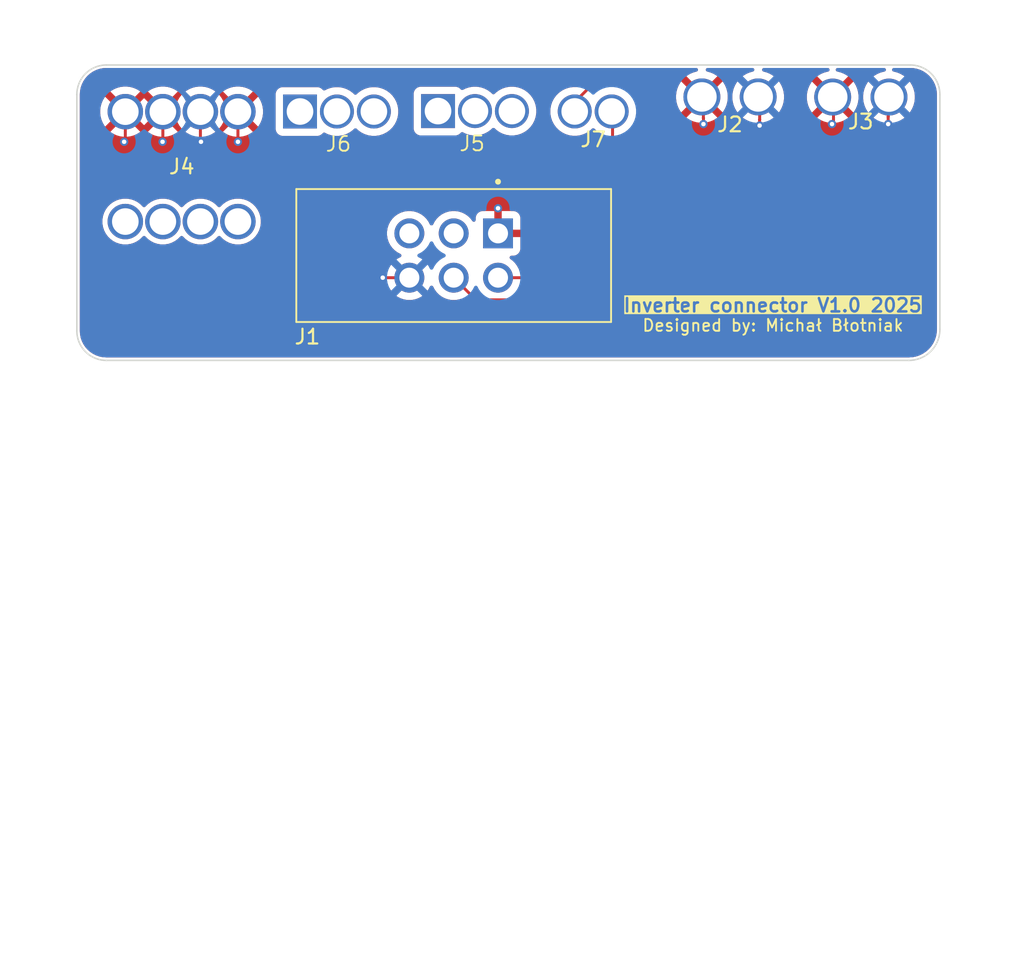
<source format=kicad_pcb>
(kicad_pcb (version 20241229) (generator "pcbnew") (generator_version "9.0")
  (title_block (rev "${REVISION}") (company "Author:") (comment 1 "Reviewer:"))
  (layers (0 "F.Cu" signal) (2 "B.Cu" signal) (13 "F.Paste" user) (15 "B.Paste" user) (5 "F.SilkS" user "F.Silkscreen") (7 "B.SilkS" user "B.Silkscreen") (1 "F.Mask" user) (3 "B.Mask" user) (25 "Edge.Cuts" user))
  (property "REVISION" "1.0")
  (net 0 "")
  (net 1 "GND")
  (net 3 "TEMP_M")
  (net 5 "TEMP_P")
  (net 6 "VCC")
  (footprint "footprint:CONN_1803277_PXC" (layer "F.Cu") (at 167.945 90.5713)
    (property "Reference" "J3" (at 1.9001 1.6687 0) (layer "F.SilkS"))
    (property "Value" "1803277")
    (pad "1" thru_hole circle (at 0 0) (size 2.5 2.5) (drill 2) (layers "*.Cu" "*.Mask") (net 6 "VCC"))
    (pad "2" thru_hole circle (at 3.81 0) (size 2.5 2.5) (drill 2) (layers "*.Cu" "*.Mask") (net 1 "GND"))
  )
  (footprint "footprint:CONN_1881448_PXC" (layer "F.Cu") (at 152.99 91.5454)
    (property "Reference" "J7" (at -1.25 1.9 0) (layer "F.SilkS"))
    (property "Value" "1881448")
    (pad "1" thru_hole circle (at 0 0) (size 2.3 2.3) (drill 1.8) (layers "*.Cu" "*.Mask") (net 3 "TEMP_M"))
    (pad "2" thru_hole circle (at -2.5 0) (size 2.3 2.3) (drill 1.8) (layers "*.Cu" "*.Mask") (net 5 "TEMP_P"))
  )
  (footprint "harwin:HARWIN_M300-MV30645M1" (layer "F.Cu") (at 142.3 101.3)
    (property "Reference" "J1" (at -9.9 5.5 0) (layer "F.SilkS"))
    (property "Value" "M300-MV30645M1")
    (fp_line (start -10.65 -4.5) (end -10.65 4.5) (stroke (width 0.127)) (layer "F.SilkS"))
    (fp_line (start -10.65 -4.5) (end 10.65 -4.5) (stroke (width 0.127)) (layer "F.SilkS"))
    (fp_line (start 10.65 4.5) (end -10.65 4.5) (stroke (width 0.127)) (layer "F.SilkS"))
    (fp_line (start 10.65 4.5) (end 10.65 -4.5) (stroke (width 0.127)) (layer "F.SilkS"))
    (fp_circle (center 3 -5) (end 3.1 -5) (stroke (width 0.2)) (fill no) (layer "F.SilkS"))
    (pad "1" thru_hole rect (at 3 -1.5) (size 2.025 2.025) (drill 1.35) (layers "*.Cu" "*.Mask") (net 6 "VCC"))
    (pad "2" thru_hole circle (at 0 -1.5) (size 2.025 2.025) (drill 1.35) (layers "*.Cu" "*.Mask"))
    (pad "3" thru_hole circle (at -3 -1.5) (size 2.025 2.025) (drill 1.35) (layers "*.Cu" "*.Mask"))
    (pad "4" thru_hole circle (at 3 1.5) (size 2.025 2.025) (drill 1.35) (layers "*.Cu" "*.Mask") (net 3 "TEMP_M"))
    (pad "5" thru_hole circle (at 0 1.5) (size 2.025 2.025) (drill 1.35) (layers "*.Cu" "*.Mask") (net 5 "TEMP_P"))
    (pad "6" thru_hole circle (at -3 1.5) (size 2.025 2.025) (drill 1.35) (layers "*.Cu" "*.Mask") (net 1 "GND"))
  )
  (footprint "footprint:1881451" (layer "F.Cu") (at 131.9 91.55)
    (property "Reference" "J6" (at 2.6 2.2 0) (layer "F.SilkS") (effects (font (thickness 0.125))))
    (property "Value" "1881451" (hide yes))
    (pad "1" thru_hole rect (at 0 0) (size 2.3 2.3) (drill 1.8) (layers "*.Cu" "*.Mask"))
    (pad "2" thru_hole circle (at 2.5 0) (size 2.3 2.3) (drill 1.8) (layers "*.Cu" "*.Mask"))
    (pad "3" thru_hole circle (at 5 0) (size 2.3 2.3) (drill 1.8) (layers "*.Cu" "*.Mask"))
  )
  (footprint "footprint:1881451" (layer "F.Cu") (at 141.24 91.52)
    (property "Reference" "J5" (at 2.31 2.2 0) (layer "F.SilkS") (effects (font (thickness 0.125))))
    (property "Value" "1881451" (hide yes))
    (pad "1" thru_hole rect (at 0 0) (size 2.3 2.3) (drill 1.8) (layers "*.Cu" "*.Mask"))
    (pad "2" thru_hole circle (at 2.5 0) (size 2.3 2.3) (drill 1.8) (layers "*.Cu" "*.Mask"))
    (pad "3" thru_hole circle (at 5 0) (size 2.3 2.3) (drill 1.8) (layers "*.Cu" "*.Mask"))
  )
  (footprint "footprint:CONN_1803277_PXC" (layer "F.Cu") (at 159.095 90.5613)
    (property "Reference" "J2" (at 1.9001 1.8687 0) (layer "F.SilkS"))
    (property "Value" "1803277")
    (pad "1" thru_hole circle (at 0 0) (size 2.5 2.5) (drill 2) (layers "*.Cu" "*.Mask") (net 6 "VCC"))
    (pad "2" thru_hole circle (at 3.81 0) (size 2.5 2.5) (drill 2) (layers "*.Cu" "*.Mask") (net 1 "GND"))
  )
  (footprint "footprint:CONN8_1894820_PXC" (layer "F.Cu") (at 120.08 91.56)
    (property "Reference" "J4" (at 3.82 3.72 0) (layer "F.SilkS"))
    (property "Value" "1894820")
    (pad "1" thru_hole circle (at 0 0) (size 2.4 2.4) (drill 1.8) (layers "*.Cu" "*.Mask") (net 6 "VCC"))
    (pad "2" thru_hole circle (at 2.54 0) (size 2.4 2.4) (drill 1.8) (layers "*.Cu" "*.Mask") (net 6 "VCC"))
    (pad "3" thru_hole circle (at 5.08 0) (size 2.4 2.4) (drill 1.8) (layers "*.Cu" "*.Mask") (net 1 "GND"))
    (pad "4" thru_hole circle (at 7.62 0) (size 2.4 2.4) (drill 1.8) (layers "*.Cu" "*.Mask") (net 6 "VCC"))
    (pad "5" thru_hole circle (at 0 7.44) (size 2.4 2.4) (drill 1.8) (layers "*.Cu" "*.Mask"))
    (pad "6" thru_hole circle (at 2.54 7.44) (size 2.4 2.4) (drill 1.8) (layers "*.Cu" "*.Mask"))
    (pad "7" thru_hole circle (at 5.08 7.44) (size 2.4 2.4) (drill 1.8) (layers "*.Cu" "*.Mask"))
    (pad "8" thru_hole circle (at 7.62 7.44) (size 2.4 2.4) (drill 1.8) (layers "*.Cu" "*.Mask"))
  )
  (gr_arc (start 118.8 108.4) (mid 117.385786 107.814214) (end 116.8 106.4) (stroke (width 0.1)) (layer "Edge.Cuts"))
  (gr_arc (start 175.2 106.3) (mid 174.584924 107.784924) (end 173.1 108.4) (stroke (width 0.1)) (layer "Edge.Cuts"))
  (gr_line (start 173.1 108.4) (end 118.8 108.4) (stroke (width 0.1)) (layer "Edge.Cuts"))
  (gr_arc (start 116.8 90.4) (mid 117.385786 88.985786) (end 118.8 88.4) (stroke (width 0.1)) (layer "Edge.Cuts"))
  (gr_line (start 118.8 88.4) (end 173.2 88.4) (stroke (width 0.1)) (layer "Edge.Cuts"))
  (gr_arc (start 173.2 88.4) (mid 174.614214 88.985786) (end 175.2 90.4) (stroke (width 0.1)) (layer "Edge.Cuts"))
  (gr_line (start 175.2 90.407107) (end 175.2 106.3) (stroke (width 0.1)) (layer "Edge.Cuts"))
  (gr_line (start 116.8 90.4) (end 116.8 106.4) (stroke (width 0.1)) (layer "Edge.Cuts"))
  (gr_text "Inverter connector V1.0 2025" (at 153.7 105.2 0) (layer "F.SilkS" knockout) (effects (font (size 0.9 0.9) (thickness 0.175) (bold yes)) (justify left bottom)))
  (gr_text "Designed by: Michał Błotniak\n" (at 155 106.5 0) (layer "F.SilkS") (effects (font (size 0.8 0.8) (thickness 0.125) (bold yes)) (justify left bottom)))
  (segment (start 171.705 91.895) (end 171.705 90.6313) (width 0.2) (layer "F.Cu") (net 1))
  (segment (start 171.7 91.9) (end 171.705 91.895) (width 0.2) (layer "F.Cu") (net 1))
  (segment (start 125.14 91.5) (end 125.1 91.54) (width 0.4) (layer "F.Cu") (net 1))
  (segment (start 163 92.5) (end 163 92.1) (width 0.2) (layer "F.Cu") (net 1))
  (segment (start 163.005 92.095) (end 163.005 90.6313) (width 0.2) (layer "F.Cu") (net 1))
  (segment (start 125.16 91.56) (end 125.16 93.56) (width 0.2) (layer "F.Cu") (net 1))
  (segment (start 139.3 102.8) (end 137.5 102.8) (width 0.2) (layer "F.Cu") (net 1))
  (segment (start 171.7 92.4) (end 171.7 91.9) (width 0.2) (layer "F.Cu") (net 1))
  (segment (start 163 92.1) (end 163.005 92.095) (width 0.2) (layer "F.Cu") (net 1))
  (segment (start 125.16 93.56) (end 125.2 93.6) (width 0.2) (layer "F.Cu") (net 1))
  (via (at 125.2 93.6) (size 0.56) (drill 0.3) (layers "F.Cu" "B.Cu") (net 1))
  (via (at 163 92.5) (size 0.56) (drill 0.3) (layers "F.Cu" "B.Cu") (net 1))
  (via (at 137.5 102.8) (size 0.56) (drill 0.3) (layers "F.Cu" "B.Cu") (net 1))
  (via (at 171.7 92.4) (size 0.56) (drill 0.3) (layers "F.Cu" "B.Cu") (net 1))
  (segment (start 153.05 91.75) (end 152.8 91.5) (width 0.2) (layer "F.Cu") (net 3))
  (segment (start 149.3 102.8) (end 153.05 99.05) (width 0.2) (layer "F.Cu") (net 3))
  (segment (start 153.05 99.05) (end 153.05 91.75) (width 0.2) (layer "F.Cu") (net 3))
  (segment (start 145.3 102.8) (end 149.3 102.8) (width 0.2) (layer "F.Cu") (net 3))
  (segment (start 143.8 104.3) (end 149.4 104.3) (width 0.2) (layer "F.Cu") (net 5))
  (segment (start 142.3 102.8) (end 143.8 104.3) (width 0.2) (layer "F.Cu") (net 5))
  (segment (start 151.8 89.6) (end 150.49 90.91) (width 0.2) (layer "F.Cu") (net 5))
  (segment (start 150.49 90.91) (end 150.49 91.5454) (width 0.2) (layer "F.Cu") (net 5))
  (segment (start 154.4 89.6) (end 151.8 89.6) (width 0.2) (layer "F.Cu") (net 5))
  (segment (start 149.4 104.3) (end 154.9 98.8) (width 0.2) (layer "F.Cu") (net 5))
  (segment (start 154.9 98.8) (end 154.9 90.1) (width 0.2) (layer "F.Cu") (net 5))
  (segment (start 154.9 90.1) (end 154.4 89.6) (width 0.2) (layer "F.Cu") (net 5))
  (segment (start 167.9 92.4) (end 168 92.3) (width 0.2) (layer "F.Cu") (net 6))
  (segment (start 127.7 91.56) (end 127.7 93.6) (width 0.2) (layer "F.Cu") (net 6))
  (segment (start 120.08 91.56) (end 120.08 93.52) (width 0.2) (layer "F.Cu") (net 6))
  (segment (start 122.62 91.56) (end 122.62 93.58) (width 0.2) (layer "F.Cu") (net 6))
  (segment (start 167.945 90.5713) (end 167.945 90.5813) (width 0.2) (layer "F.Cu") (net 6))
  (segment (start 145.3 99.8) (end 145.3 98.1) (width 0.2) (layer "F.Cu") (net 6))
  (segment (start 168 90.6263) (end 167.945 90.5713) (width 0.2) (layer "F.Cu") (net 6))
  (segment (start 127.8 91.6) (end 127.68 91.72) (width 0.4) (layer "F.Cu") (net 6))
  (segment (start 122.56 91.54) (end 122.6 91.5) (width 0.4) (layer "F.Cu") (net 6))
  (segment (start 168 92.3) (end 168 90.6263) (width 0.2) (layer "F.Cu") (net 6))
  (segment (start 159.2 92) (end 159.195 91.995) (width 0.2) (layer "F.Cu") (net 6))
  (segment (start 127.68 91.5) (end 127.64 91.54) (width 0.4) (layer "F.Cu") (net 6))
  (segment (start 159.195 91.995) (end 159.195 90.6313) (width 0.2) (layer "F.Cu") (net 6))
  (segment (start 120.08 93.52) (end 120 93.6) (width 0.2) (layer "F.Cu") (net 6))
  (segment (start 120.02 91.54) (end 120.06 91.5) (width 0.4) (layer "F.Cu") (net 6))
  (segment (start 122.62 93.58) (end 122.6 93.6) (width 0.2) (layer "F.Cu") (net 6))
  (segment (start 167.945 90.5813) (end 167.895 90.6313) (width 0.2) (layer "F.Cu") (net 6))
  (segment (start 159.2 92.4) (end 159.2 92) (width 0.2) (layer "F.Cu") (net 6))
  (via (at 159.2 92.4) (size 0.56) (drill 0.3) (layers "F.Cu" "B.Cu") (net 6))
  (via (at 127.7 93.6) (size 0.56) (drill 0.3) (layers "F.Cu" "B.Cu") (net 6))
  (via (at 122.6 93.6) (size 0.56) (drill 0.3) (layers "F.Cu" "B.Cu") (net 6))
  (via (at 145.3 98.1) (size 0.56) (drill 0.3) (layers "F.Cu" "B.Cu") (net 6))
  (via (at 120 93.6) (size 0.56) (drill 0.3) (layers "F.Cu" "B.Cu") (net 6))
  (via (at 167.9 92.4) (size 0.56) (drill 0.3) (layers "F.Cu" "B.Cu") (net 6))
  (zone (net 6) (net_name "VCC") (layer "F.Cu") (connect_pads (clearance 0.5)) (min_thickness 0.25) (fill yes (thermal_gap 0.5) (thermal_bridge_width 0.5))
    (polygon (pts (xy 114.1 86.6) (xy 178.3 86.5) (xy 179 109.7) (xy 114 109.8)))
  )
  (zone (net 1) (net_name "GND") (layer "B.Cu") (connect_pads (clearance 0.5)) (min_thickness 0.25) (fill yes (thermal_gap 0.5) (thermal_bridge_width 0.5))
    (polygon (pts (xy 111.6 84) (xy 180.8 85) (xy 180.9 111.8) (xy 112.2 111.8)))
  )
)
</source>
